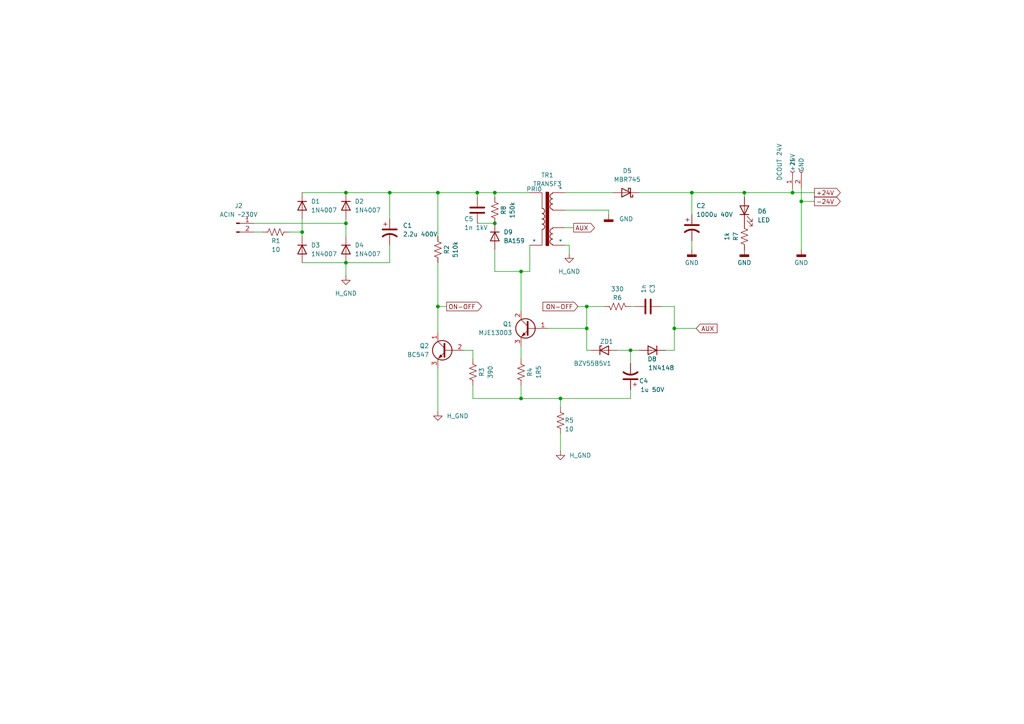
<source format=kicad_sch>
(kicad_sch (version 20250114) (generator "eeschema") (generator_version "9.0")
  (paper "A4")
  (lib_symbols
    (symbol "Connector:Conn_01x02_Pin" (pin_names (offset 1.016) (hide yes))
      (property "Reference" "J" (at 0 2.54 0))
      (property "Value" "Conn_01x02_Pin" (at 0 -5.08 0))
      (symbol "Conn_01x02_Pin_1_1"
        (rectangle (start 0.8636 0.127) (end 0 -0.127) (stroke (width 0.1524)) (fill (type outline)))
        (rectangle (start 0.8636 -2.413) (end 0 -2.667) (stroke (width 0.1524)) (fill (type outline)))
        (polyline (pts (xy 1.27 0) (xy 0.8636 0)) (stroke (width 0.1524)))
        (polyline (pts (xy 1.27 -2.54) (xy 0.8636 -2.54)) (stroke (width 0.1524)))
        (pin passive line (at 5.08 0 180) (length 3.81) (name "Pin_1") (number "1"))
        (pin passive line (at 5.08 -2.54 180) (length 3.81) (name "Pin_2") (number "2"))
      )
    )
    (symbol "Connector:Conn_01x02_Socket" (pin_names (offset 1.016))
      (property "Reference" "J1" (at 2.54 0 0))
      (property "Value" "DCOUT 24V" (at 2.54 3.81 0))
      (symbol "Conn_01x02_Socket_1_1"
        (polyline (pts (xy -1.27 0) (xy -0.508 0)) (stroke (width 0.1524)))
        (polyline (pts (xy -1.27 -2.54) (xy -0.508 -2.54)) (stroke (width 0.1524)))
        (arc (start 0 -0.508) (mid -0.5058 0) (end 0 0.508) (stroke (width 0.1524)))
        (arc (start 0 -3.048) (mid -0.5058 -2.54) (end 0 -2.032) (stroke (width 0.1524)))
        (pin passive line (at -5.08 0 0) (length 3.81) (name "+24V") (number "1"))
        (pin passive line (at -5.08 -2.54 0) (length 3.81) (name "GND") (number "2"))
      )
    )
    (symbol "Device:C" (pin_numbers (hide yes)) (pin_names (offset 0.254))
      (property "Reference" "C" (at 0.635 2.54 0))
      (property "Value" "C" (at 0.635 -2.54 0))
      (symbol "C_0_1"
        (polyline (pts (xy -2.032 0.762) (xy 2.032 0.762)) (stroke (width 0.508)))
        (polyline (pts (xy -2.032 -0.762) (xy 2.032 -0.762)) (stroke (width 0.508)))
      )
      (symbol "C_1_1"
        (pin passive line (at 0 3.81 270) (length 2.794) (name "~") (number "1"))
        (pin passive line (at 0 -3.81 90) (length 2.794) (name "~") (number "2"))
      )
    )
    (symbol "Device:C_Polarized_US" (pin_numbers (hide yes)) (pin_names (offset 0.254) (hide yes))
      (property "Reference" "C" (at 0.635 2.54 0))
      (property "Value" "C_Polarized_US" (at 0.635 -2.54 0))
      (symbol "C_Polarized_US_0_1"
        (polyline (pts (xy -2.032 0.762) (xy 2.032 0.762)) (stroke (width 0.508)))
        (polyline (pts (xy -1.778 2.286) (xy -0.762 2.286)))
        (polyline (pts (xy -1.27 1.778) (xy -1.27 2.794)))
        (arc (start -2.032 -1.27) (mid 0 -0.5572) (end 2.032 -1.27) (stroke (width 0.508)))
      )
      (symbol "C_Polarized_US_1_1"
        (pin passive line (at 0 3.81 270) (length 2.794) (name "~") (number "1"))
        (pin passive line (at 0 -3.81 90) (length 3.302) (name "~") (number "2"))
      )
    )
    (symbol "Device:LED" (pin_numbers (hide yes)) (pin_names (offset 1.016) (hide yes))
      (property "Reference" "D" (at 0 2.54 0))
      (property "Value" "LED" (at 0 -2.54 0))
      (symbol "LED_0_1"
        (polyline (pts (xy -3.048 -0.762) (xy -4.572 -2.286) (xy -3.81 -2.286) (xy -4.572 -2.286) (xy -4.572 -1.524)))
        (polyline (pts (xy -1.778 -0.762) (xy -3.302 -2.286) (xy -2.54 -2.286) (xy -3.302 -2.286) (xy -3.302 -1.524)))
        (polyline (pts (xy -1.27 0) (xy 1.27 0)))
        (polyline (pts (xy -1.27 -1.27) (xy -1.27 1.27)) (stroke (width 0.254)))
        (polyline (pts (xy 1.27 -1.27) (xy 1.27 1.27) (xy -1.27 0) (xy 1.27 -1.27)) (stroke (width 0.254)))
      )
      (symbol "LED_1_1"
        (pin passive line (at -3.81 0 0) (length 2.54) (name "K") (number "1"))
        (pin passive line (at 3.81 0 180) (length 2.54) (name "A") (number "2"))
      )
    )
    (symbol "Device:R_US" (pin_numbers (hide yes)) (pin_names (offset 0))
      (property "Reference" "R" (at 2.54 0 90))
      (property "Value" "R_US" (at -2.54 0 90))
      (symbol "R_US_0_1"
        (polyline (pts (xy 0 2.286) (xy 0 2.54)))
        (polyline (pts (xy 0 2.286) (xy 1.016 1.905) (xy 0 1.524) (xy -1.016 1.143) (xy 0 0.762)))
        (polyline (pts (xy 0 0.762) (xy 1.016 0.381) (xy 0 0) (xy -1.016 -0.381) (xy 0 -0.762)))
        (polyline (pts (xy 0 -0.762) (xy 1.016 -1.143) (xy 0 -1.524) (xy -1.016 -1.905) (xy 0 -2.286)))
        (polyline (pts (xy 0 -2.286) (xy 0 -2.54)))
      )
      (symbol "R_US_1_1"
        (pin passive line (at 0 3.81 270) (length 1.27) (name "~") (number "1"))
        (pin passive line (at 0 -3.81 90) (length 1.27) (name "~") (number "2"))
      )
    )
    (symbol "Diode:1N4007" (pin_numbers (hide yes)) (pin_names (hide yes))
      (property "Reference" "D" (at 0 2.54 0))
      (property "Value" "1N4007" (at 0 -2.54 0))
      (symbol "1N4007_0_1"
        (polyline (pts (xy -1.27 1.27) (xy -1.27 -1.27)) (stroke (width 0.254)))
        (polyline (pts (xy 1.27 1.27) (xy 1.27 -1.27) (xy -1.27 0) (xy 1.27 1.27)) (stroke (width 0.254)))
        (polyline (pts (xy 1.27 0) (xy -1.27 0)))
      )
      (symbol "1N4007_1_1"
        (pin passive line (at -3.81 0 0) (length 2.54) (name "K") (number "1"))
        (pin passive line (at 3.81 0 180) (length 2.54) (name "A") (number "2"))
      )
    )
    (symbol "Diode:1N4148" (pin_numbers (hide yes)) (pin_names (hide yes))
      (property "Reference" "D" (at 0 2.54 0))
      (property "Value" "1N4148" (at 0 -2.54 0))
      (symbol "1N4148_0_1"
        (polyline (pts (xy -1.27 1.27) (xy -1.27 -1.27)) (stroke (width 0.254)))
        (polyline (pts (xy 1.27 1.27) (xy 1.27 -1.27) (xy -1.27 0) (xy 1.27 1.27)) (stroke (width 0.254)))
        (polyline (pts (xy 1.27 0) (xy -1.27 0)))
      )
      (symbol "1N4148_1_1"
        (pin passive line (at -3.81 0 0) (length 2.54) (name "K") (number "1"))
        (pin passive line (at 3.81 0 180) (length 2.54) (name "A") (number "2"))
      )
    )
    (symbol "Diode:BA159" (pin_numbers (hide yes)) (pin_names (hide yes))
      (property "Reference" "D" (at 0 2.54 0))
      (property "Value" "BA159" (at 0 -2.54 0))
      (symbol "BA159_0_1"
        (polyline (pts (xy -1.27 1.27) (xy -1.27 -1.27)) (stroke (width 0.254)))
        (polyline (pts (xy 1.27 1.27) (xy 1.27 -1.27) (xy -1.27 0) (xy 1.27 1.27)) (stroke (width 0.254)))
        (polyline (pts (xy 1.27 0) (xy -1.27 0)))
      )
      (symbol "BA159_1_1"
        (pin passive line (at -3.81 0 0) (length 2.54) (name "K") (number "1"))
        (pin passive line (at 3.81 0 180) (length 2.54) (name "A") (number "2"))
      )
    )
    (symbol "Diode:BZV55B5V1" (pin_numbers (hide yes)) (pin_names (hide yes))
      (property "Reference" "D" (at 0 2.54 0))
      (property "Value" "BZV55B5V1" (at 0 -2.54 0))
      (symbol "BZV55B5V1_0_1"
        (polyline (pts (xy -1.27 -1.27) (xy -1.27 1.27) (xy -0.762 1.27)) (stroke (width 0.254)))
        (polyline (pts (xy 1.27 0) (xy -1.27 0)))
        (polyline (pts (xy 1.27 -1.27) (xy 1.27 1.27) (xy -1.27 0) (xy 1.27 -1.27)) (stroke (width 0.254)))
      )
      (symbol "BZV55B5V1_1_1"
        (pin passive line (at -3.81 0 0) (length 2.54) (name "K") (number "1"))
        (pin passive line (at 3.81 0 180) (length 2.54) (name "A") (number "2"))
      )
    )
    (symbol "Diode:MBR745" (pin_numbers (hide yes)) (pin_names (offset 1.016) (hide yes))
      (property "Reference" "D" (at 0 2.54 0))
      (property "Value" "MBR745" (at 0 -2.54 0))
      (symbol "MBR745_0_1"
        (polyline (pts (xy -1.905 0.635) (xy -1.905 1.27) (xy -1.27 1.27) (xy -1.27 -1.27) (xy -0.635 -1.27) (xy -0.635 -0.635)) (stroke (width 0.254)))
        (polyline (pts (xy 1.27 1.27) (xy 1.27 -1.27) (xy -1.27 0) (xy 1.27 1.27)) (stroke (width 0.254)))
        (polyline (pts (xy 1.27 0) (xy -1.27 0)))
      )
      (symbol "MBR745_1_1"
        (pin passive line (at -3.81 0 0) (length 2.54) (name "K") (number "1"))
        (pin passive line (at 3.81 0 180) (length 2.54) (name "A") (number "2"))
      )
    )
    (symbol "Transformer:TRANSF3" (pin_numbers (hide yes)) (pin_names (offset 0))
      (property "Reference" "TR1" (at 0 12.7 0))
      (property "Value" "TRANSF3" (at 0 10.16 0))
      (symbol "TRANSF3_0_1"
        (polyline (pts (xy -2.54 -7.62) (xy -1.524 -7.62) (xy -1.524 -3.048) (xy -1.524 -4.318)))
        (arc (start -1.524 3.048) (mid -0.7653 2.286) (end -1.524 1.524) (stroke (width 0.2032)))
        (arc (start -1.524 1.524) (mid -0.7653 0.762) (end -1.524 0) (stroke (width 0.2032)))
        (arc (start -1.524 0) (mid -0.7653 -0.762) (end -1.524 -1.524) (stroke (width 0.2032)))
        (arc (start -1.524 -1.524) (mid -0.7653 -2.286) (end -1.524 -3.048) (stroke (width 0.2032)))
        (polyline (pts (xy -1.524 3.048) (xy -1.524 7.62) (xy -2.54 7.62)))
        (rectangle (start -0.254 7.62) (end 0.254 -7.62) (stroke (width 0.508)) (fill (type outline)))
        (polyline (pts (xy 1.524 7.62) (xy 1.524 7.366)) (fill (type outline)))
        (polyline (pts (xy 1.524 7.62) (xy 2.54 7.62)))
        (polyline (pts (xy 1.524 2.54) (xy 1.524 2.794)) (fill (type outline)))
        (polyline (pts (xy 1.524 2.54) (xy 2.54 2.54)))
        (polyline (pts (xy 1.524 -2.54) (xy 1.524 -2.794)) (fill (type outline)))
        (polyline (pts (xy 1.524 -2.54) (xy 2.54 -2.54)))
        (polyline (pts (xy 1.524 -7.366) (xy 1.524 -7.62)) (fill (type outline)))
        (arc (start 1.524 5.842) (mid 0.7653 6.604) (end 1.524 7.366) (stroke (width 0.2032)))
        (arc (start 1.524 4.318) (mid 0.7653 5.08) (end 1.524 5.842) (stroke (width 0.2032)))
        (arc (start 1.524 2.794) (mid 0.7653 3.556) (end 1.524 4.318) (stroke (width 0.2032)))
        (arc (start 1.524 -4.318) (mid 0.7653 -3.556) (end 1.524 -2.794) (stroke (width 0.2032)))
        (arc (start 1.524 -5.842) (mid 0.7653 -5.08) (end 1.524 -4.318) (stroke (width 0.2032)))
        (arc (start 1.524 -7.366) (mid 0.7653 -6.604) (end 1.524 -5.842) (stroke (width 0.2032)))
        (polyline (pts (xy 2.54 -7.62) (xy 1.524 -7.62)))
      )
      (symbol "TRANSF3_1_1"
        (pin passive line (at -5.08 7.62 0) (length 2.54) (name "PRI0") (number "1"))
        (pin passive line (at -5.08 -7.62 0) (length 2.54) (name "*") (number "2"))
        (pin passive line (at 5.08 7.62 180) (length 2.54) (name "*") (number "3"))
        (pin passive line (at 5.08 2.54 180) (length 2.54) (name "~") (number "4"))
        (pin passive line (at 5.08 -2.54 180) (length 2.54) (name "~") (number "5"))
        (pin passive line (at 5.08 -7.62 180) (length 2.54) (name "*") (number "6"))
      )
    )
    (symbol "Transistor_BJT:BC547" (pin_names (offset 0) (hide yes))
      (property "Reference" "Q" (at 5.08 1.905 0))
      (property "Value" "BC547" (at 5.08 0 0))
      (symbol "BC547_0_1"
        (polyline (pts (xy -2.54 0) (xy 0.635 0)))
        (polyline (pts (xy 0.635 1.905) (xy 0.635 -1.905)) (stroke (width 0.508)))
        (circle (center 1.27 0) (radius 2.8194) (stroke (width 0.254)))
      )
      (symbol "BC547_1_1"
        (polyline (pts (xy 0.635 0.635) (xy 2.54 2.54)))
        (polyline (pts (xy 0.635 -0.635) (xy 2.54 -2.54)))
        (polyline (pts (xy 1.27 -1.778) (xy 1.778 -1.27) (xy 2.286 -2.286) (xy 1.27 -1.778)) (fill (type outline)))
        (pin input line (at -5.08 0 0) (length 2.54) (name "B") (number "2"))
        (pin passive line (at 2.54 5.08 270) (length 2.54) (name "C") (number "1"))
        (pin passive line (at 2.54 -5.08 90) (length 2.54) (name "E") (number "3"))
      )
    )
    (symbol "Transistor_BJT:MJE13003" (pin_names (offset 0) (hide yes))
      (property "Reference" "Q" (at 5.08 1.905 0))
      (property "Value" "MJE13003" (at 5.08 0 0))
      (symbol "MJE13003_0_1"
        (polyline (pts (xy -2.54 0) (xy 0.635 0)))
        (polyline (pts (xy 0.635 1.905) (xy 0.635 -1.905)) (stroke (width 0.508)))
        (circle (center 1.27 0) (radius 2.8194) (stroke (width 0.254)))
      )
      (symbol "MJE13003_1_1"
        (polyline (pts (xy 0.635 0.635) (xy 2.54 2.54)))
        (polyline (pts (xy 0.635 -0.635) (xy 2.54 -2.54)))
        (polyline (pts (xy 1.27 -1.778) (xy 1.778 -1.27) (xy 2.286 -2.286) (xy 1.27 -1.778)) (fill (type outline)))
        (pin input line (at -5.08 0 0) (length 2.54) (name "B") (number "1"))
        (pin passive line (at 2.54 5.08 270) (length 2.54) (name "C") (number "2"))
        (pin passive line (at 2.54 -5.08 90) (length 2.54) (name "E") (number "3"))
      )
    )
    (symbol "power:GND" (power) (pin_numbers (hide yes)) (pin_names (offset 0) (hide yes))
      (property "Value" "GND" (at 0 -3.81 0))
      (symbol "GND_0_1"
        (polyline (pts (xy 0 0) (xy 0 -1.27) (xy 1.27 -1.27) (xy 0 -2.54) (xy -1.27 -1.27) (xy 0 -1.27)))
      )
      (symbol "GND_1_1"
        (pin power_in line (at 0 0 270) (length 0) (name "~") (number "1"))
      )
    )
    (symbol "power:GNDD" (power) (pin_numbers (hide yes)) (pin_names (offset 0) (hide yes))
      (property "Value" "GNDD" (at 0 -3.175 0))
      (symbol "GNDD_0_1"
        (rectangle (start -1.27 -1.524) (end 1.27 -2.032) (stroke (width 0.254)) (fill (type outline)))
        (polyline (pts (xy 0 0) (xy 0 -1.524)))
      )
      (symbol "GNDD_1_1"
        (pin power_in line (at 0 0 270) (length 0) (name "~") (number "1"))
      )
    )
  )
  (junction (at 170.18 95.25))
  (junction (at 100.33 64.77))
  (junction (at 170.18 88.9))
  (junction (at 127 55.88))
  (junction (at 215.9 55.88))
  (junction (at 151.13 115.57))
  (junction (at 143.51 55.88))
  (junction (at 100.33 76.2))
  (junction (at 138.43 55.88))
  (junction (at 162.56 115.57))
  (junction (at 182.88 101.6))
  (junction (at 87.63 67.31))
  (junction (at 151.13 78.74))
  (junction (at 100.33 55.88))
  (junction (at 113.03 55.88))
  (junction (at 195.58 95.25))
  (junction (at 200.66 55.88))
  (junction (at 229.87 55.88))
  (junction (at 127 88.9))
  (junction (at 143.51 64.77))
  (junction (at 232.41 58.42))
  (wire (pts (xy 195.58 88.9) (xy 191.77 88.9)))
  (wire (pts (xy 215.9 55.88) (xy 229.87 55.88)))
  (wire (pts (xy 73.66 67.31) (xy 76.2 67.31)))
  (wire (pts (xy 200.66 69.85) (xy 200.66 72.39)))
  (wire (pts (xy 165.1 71.12) (xy 165.1 73.66)))
  (wire (pts (xy 127 55.88) (xy 127 68.58)))
  (wire (pts (xy 163.83 60.96) (xy 176.53 60.96)))
  (wire (pts (xy 100.33 64.77) (xy 100.33 68.58)))
  (wire (pts (xy 232.41 58.42) (xy 232.41 72.39)))
  (wire (pts (xy 200.66 55.88) (xy 200.66 62.23)))
  (wire (pts (xy 215.9 55.88) (xy 215.9 57.15)))
  (wire (pts (xy 200.66 55.88) (xy 215.9 55.88)))
  (wire (pts (xy 151.13 78.74) (xy 151.13 90.17)))
  (wire (pts (xy 113.03 55.88) (xy 113.03 63.5)))
  (wire (pts (xy 232.41 54.61) (xy 232.41 58.42)))
  (wire (pts (xy 100.33 76.2) (xy 100.33 80.01)))
  (wire (pts (xy 158.75 95.25) (xy 170.18 95.25)))
  (wire (pts (xy 151.13 111.76) (xy 151.13 115.57)))
  (wire (pts (xy 113.03 55.88) (xy 127 55.88)))
  (wire (pts (xy 100.33 76.2) (xy 113.03 76.2)))
  (wire (pts (xy 83.82 67.31) (xy 87.63 67.31)))
  (wire (pts (xy 127 119.38) (xy 127 106.68)))
  (wire (pts (xy 184.15 88.9) (xy 182.88 88.9)))
  (wire (pts (xy 143.51 78.74) (xy 151.13 78.74)))
  (wire (pts (xy 170.18 88.9) (xy 170.18 95.25)))
  (wire (pts (xy 195.58 101.6) (xy 193.04 101.6)))
  (wire (pts (xy 171.45 101.6) (xy 170.18 101.6)))
  (wire (pts (xy 87.63 76.2) (xy 100.33 76.2)))
  (wire (pts (xy 127 55.88) (xy 138.43 55.88)))
  (wire (pts (xy 127 88.9) (xy 127 96.52)))
  (wire (pts (xy 163.83 66.04) (xy 166.37 66.04)))
  (wire (pts (xy 87.63 67.31) (xy 87.63 68.58)))
  (wire (pts (xy 182.88 101.6) (xy 179.07 101.6)))
  (wire (pts (xy 100.33 55.88) (xy 113.03 55.88)))
  (wire (pts (xy 134.62 101.6) (xy 137.16 101.6)))
  (wire (pts (xy 129.54 88.9) (xy 127 88.9)))
  (wire (pts (xy 138.43 55.88) (xy 138.43 57.15)))
  (wire (pts (xy 170.18 88.9) (xy 167.64 88.9)))
  (wire (pts (xy 100.33 63.5) (xy 100.33 64.77)))
  (wire (pts (xy 138.43 55.88) (xy 143.51 55.88)))
  (wire (pts (xy 182.88 115.57) (xy 182.88 113.03)))
  (wire (pts (xy 153.67 78.74) (xy 153.67 71.12)))
  (wire (pts (xy 143.51 55.88) (xy 153.67 55.88)))
  (wire (pts (xy 229.87 55.88) (xy 236.22 55.88)))
  (wire (pts (xy 195.58 95.25) (xy 195.58 88.9)))
  (wire (pts (xy 73.66 64.77) (xy 100.33 64.77)))
  (wire (pts (xy 138.43 64.77) (xy 143.51 64.77)))
  (wire (pts (xy 170.18 101.6) (xy 170.18 95.25)))
  (wire (pts (xy 163.83 55.88) (xy 177.8 55.88)))
  (wire (pts (xy 229.87 54.61) (xy 229.87 55.88)))
  (wire (pts (xy 151.13 100.33) (xy 151.13 104.14)))
  (wire (pts (xy 113.03 71.12) (xy 113.03 76.2)))
  (wire (pts (xy 195.58 101.6) (xy 195.58 95.25)))
  (wire (pts (xy 143.51 72.39) (xy 143.51 78.74)))
  (wire (pts (xy 137.16 111.76) (xy 137.16 115.57)))
  (wire (pts (xy 87.63 63.5) (xy 87.63 67.31)))
  (wire (pts (xy 170.18 88.9) (xy 175.26 88.9)))
  (wire (pts (xy 151.13 115.57) (xy 137.16 115.57)))
  (wire (pts (xy 195.58 95.25) (xy 201.93 95.25)))
  (wire (pts (xy 127 76.2) (xy 127 88.9)))
  (wire (pts (xy 153.67 78.74) (xy 151.13 78.74)))
  (wire (pts (xy 87.63 55.88) (xy 100.33 55.88)))
  (wire (pts (xy 143.51 55.88) (xy 143.51 57.15)))
  (wire (pts (xy 185.42 55.88) (xy 200.66 55.88)))
  (wire (pts (xy 137.16 101.6) (xy 137.16 104.14)))
  (wire (pts (xy 162.56 125.73) (xy 162.56 130.81)))
  (wire (pts (xy 163.83 71.12) (xy 165.1 71.12)))
  (wire (pts (xy 162.56 115.57) (xy 162.56 118.11)))
  (wire (pts (xy 182.88 101.6) (xy 182.88 105.41)))
  (wire (pts (xy 185.42 101.6) (xy 182.88 101.6)))
  (wire (pts (xy 162.56 115.57) (xy 151.13 115.57)))
  (wire (pts (xy 176.53 60.96) (xy 176.53 62.23)))
  (wire (pts (xy 232.41 58.42) (xy 236.22 58.42)))
  (wire (pts (xy 162.56 115.57) (xy 182.88 115.57)))
  (global_label "AUX" (shape output) (at 166.37 66.04 0) (property "Intersheetrefs" "${INTERSHEET_REFS}" (effects (hide yes))))
  (global_label "-24V" (shape output) (at 236.22 58.42 0) (property "Intersheetrefs" "${INTERSHEET_REFS}" (effects (hide yes))))
  (global_label "AUX" (shape input) (at 201.93 95.25 0) (property "Intersheetrefs" "${INTERSHEET_REFS}" (effects (hide yes))))
  (global_label "ON-OFF" (shape output) (at 129.54 88.9 0) (property "Intersheetrefs" "${INTERSHEET_REFS}" (effects (hide yes))))
  (global_label "+24V" (shape output) (at 236.22 55.88 0) (property "Intersheetrefs" "${INTERSHEET_REFS}" (effects (hide yes))))
  (global_label "ON-OFF" (shape input) (at 167.64 88.9 180) (property "Intersheetrefs" "${INTERSHEET_REFS}" (effects (hide yes))))
  (symbol (lib_id "Transistor_BJT:BC547") (at 129.54 101.6 0) (mirror y) (unit 1)
    (property "Reference" "Q2" (at 124.46 100.3299 0) (effects (justify left)))
    (property "Value" "BC547" (at 124.46 102.8699 0) (effects (justify left)))
    (property "Footprint" "Package_TO_SOT_SMD:SOT-323_SC-70" (effects (hide yes)))
    (property "Datasheet" "https://www.onsemi.com/pub/Collateral/BC550-D.pdf" (effects (hide yes)))
    (property "Description" "0.1A Ic, 45V Vce, Small Signal NPN Transistor, TO-92" (effects (hide yes)))
  )
  (symbol (lib_id "Device:R_US") (at 215.9 68.58 0) (unit 1)
    (property "Reference" "R7" (at 213.36 68.58 90))
    (property "Value" "1k" (at 210.82 68.58 90))
    (property "Description" "Resistor, US symbol" (effects (hide yes)))
  )
  (symbol (lib_id "Diode:BZV55B5V1") (at 175.26 101.6 0) (unit 1)
    (property "Reference" "ZD1" (at 173.99 99.06 0) (effects (justify left)))
    (property "Value" "BZV55B5V1" (at 166.37 105.41 0) (effects (justify left)))
    (property "Footprint" "Diode_SMD:D_MiniMELF" (effects (hide yes)))
    (property "Datasheet" "https://assets.nexperia.com/documents/data-sheet/BZV55_SER.pdf" (effects (hide yes)))
    (property "Description" "5.1V, 500mW, 2%, Zener diode, MiniMELF" (effects (hide yes)))
  )
  (symbol (lib_id "Device:R_US") (at 151.13 107.95 180) (unit 1)
    (property "Reference" "R4" (at 153.67 107.95 90))
    (property "Value" "1R5" (at 156.21 107.95 90))
    (property "Description" "Resistor, US symbol" (effects (hide yes)))
  )
  (symbol (lib_id "power:GND") (at 127 119.38 0) (unit 1)
    (property "Reference" "#PWR08" (effects (hide yes)))
    (property "Value" "H_GND" (at 129.54 120.6499 0) (effects (justify left)))
    (property "Description" "Power symbol creates a global label with name \"GND\" , ground" (effects (hide yes)))
  )
  (symbol (lib_id "Diode:1N4148") (at 189.23 101.6 0) (mirror y) (unit 1)
    (property "Reference" "D8" (at 190.5 104.14 0) (effects (justify left)))
    (property "Value" "1N4148" (at 195.58 106.68 0) (effects (justify left)))
    (property "Footprint" "Diode_THT:D_DO-35_SOD27_P7.62mm_Horizontal" (effects (hide yes)))
    (property "Datasheet" "https://assets.nexperia.com/documents/data-sheet/1N4148_1N4448.pdf" (effects (hide yes)))
    (property "Description" "100V 0.15A standard switching diode, DO-35" (effects (hide yes)))
    (property "Sim.Device" "D" (effects (hide yes)))
    (property "Sim.Pins" "1=K 2=A" (effects (hide yes)))
  )
  (symbol (lib_id "Diode:1N4007") (at 100.33 59.69 270) (unit 1)
    (property "Reference" "D2" (at 102.87 58.4199 90) (effects (justify left)))
    (property "Value" "1N4007" (at 102.87 60.9599 90) (effects (justify left)))
    (property "Footprint" "Diode_THT:D_DO-41_SOD81_P10.16mm_Horizontal" (effects (hide yes)))
    (property "Datasheet" "http://www.vishay.com/docs/88503/1n4001.pdf" (effects (hide yes)))
    (property "Description" "1000V 1A General Purpose Rectifier Diode, DO-41" (effects (hide yes)))
    (property "Sim.Device" "D" (effects (hide yes)))
    (property "Sim.Pins" "1=K 2=A" (effects (hide yes)))
  )
  (symbol (lib_id "power:GND") (at 165.1 73.66 0) (unit 1)
    (property "Reference" "#PWR03" (effects (hide yes)))
    (property "Value" "H_GND" (at 165.1 78.74 0))
    (property "Description" "Power symbol creates a global label with name \"GND\" , ground" (effects (hide yes)))
  )
  (symbol (lib_id "Diode:1N4007") (at 87.63 72.39 270) (unit 1)
    (property "Reference" "D3" (at 90.17 71.1199 90) (effects (justify left)))
    (property "Value" "1N4007" (at 90.17 73.6599 90) (effects (justify left)))
    (property "Footprint" "Diode_THT:D_DO-41_SOD81_P10.16mm_Horizontal" (effects (hide yes)))
    (property "Datasheet" "http://www.vishay.com/docs/88503/1n4001.pdf" (effects (hide yes)))
    (property "Description" "1000V 1A General Purpose Rectifier Diode, DO-41" (effects (hide yes)))
    (property "Sim.Device" "D" (effects (hide yes)))
    (property "Sim.Pins" "1=K 2=A" (effects (hide yes)))
  )
  (symbol (lib_id "power:GNDD") (at 200.66 72.39 0) (unit 1)
    (property "Reference" "#PWR06" (effects (hide yes)))
    (property "Value" "GND" (at 200.66 76.2 0))
    (property "Description" "Power symbol creates a global label with name \"GNDD\" , digital ground" (effects (hide yes)))
  )
  (symbol (lib_id "Device:C_Polarized_US") (at 200.66 66.04 0) (unit 1)
    (property "Reference" "C2" (at 201.93 59.69 0) (effects (justify left)))
    (property "Value" "1000u 40V" (at 201.93 62.23 0) (effects (justify left)))
    (property "Description" "Polarized capacitor, US symbol" (effects (hide yes)))
  )
  (symbol (lib_id "Device:R_US") (at 137.16 107.95 180) (unit 1)
    (property "Reference" "R3" (at 139.7 107.95 90))
    (property "Value" "390" (at 142.24 107.95 90))
    (property "Description" "Resistor, US symbol" (effects (hide yes)))
  )
  (symbol (lib_id "Diode:BA159") (at 143.51 68.58 270) (unit 1)
    (property "Reference" "D9" (at 146.05 67.3099 90) (effects (justify left)))
    (property "Value" "BA159" (at 146.05 69.8499 90) (effects (justify left)))
    (property "Footprint" "Diode_THT:D_DO-41_SOD81_P10.16mm_Horizontal" (effects (hide yes)))
    (property "Datasheet" "https://www.vishay.com/docs/88536/ba157.pdf" (effects (hide yes)))
    (property "Description" "1000V 1A Fast recovery Rectifier Diode, DO-41" (effects (hide yes)))
    (property "Sim.Device" "D" (effects (hide yes)))
    (property "Sim.Pins" "1=K 2=A" (effects (hide yes)))
  )
  (symbol (lib_id "Transistor_BJT:MJE13003") (at 153.67 95.25 0) (mirror y) (unit 1)
    (property "Reference" "Q1" (at 148.59 93.9799 0) (effects (justify left)))
    (property "Value" "MJE13003" (at 148.59 96.5199 0) (effects (justify left)))
    (property "Footprint" "Package_TO_SOT_THT:TO-126-3_Vertical" (effects (hide yes)))
    (property "Datasheet" "http://www.onsemi.com/pub_link/Collateral/MJE13003-D.PDF" (effects (hide yes)))
    (property "Description" "1.5A Ic, 400V Vce, Silicon Switching Power NPN Transistor, TO-225" (effects (hide yes)))
  )
  (symbol (lib_id "Device:R_US") (at 162.56 121.92 180) (unit 1)
    (property "Reference" "R5" (at 165.1 121.92 0))
    (property "Value" "10" (at 165.1 124.46 0))
    (property "Description" "Resistor, US symbol" (effects (hide yes)))
  )
  (symbol (lib_id "Diode:1N4007") (at 100.33 72.39 270) (unit 1)
    (property "Reference" "D4" (at 102.87 71.1199 90) (effects (justify left)))
    (property "Value" "1N4007" (at 102.87 73.6599 90) (effects (justify left)))
    (property "Footprint" "Diode_THT:D_DO-41_SOD81_P10.16mm_Horizontal" (effects (hide yes)))
    (property "Datasheet" "http://www.vishay.com/docs/88503/1n4001.pdf" (effects (hide yes)))
    (property "Description" "1000V 1A General Purpose Rectifier Diode, DO-41" (effects (hide yes)))
    (property "Sim.Device" "D" (effects (hide yes)))
    (property "Sim.Pins" "1=K 2=A" (effects (hide yes)))
  )
  (symbol (lib_id "Diode:MBR745") (at 181.61 55.88 180) (unit 1)
    (property "Reference" "D5" (at 181.9275 49.53 0))
    (property "Value" "MBR745" (at 181.9275 52.07 0))
    (property "Footprint" "Package_TO_SOT_THT:TO-220-2_Vertical" (effects (hide yes)))
    (property "Datasheet" "http://www.onsemi.com/pub_link/Collateral/MBR735-D.PDF" (effects (hide yes)))
    (property "Description" "45V 7.5A Schottky Barrier Rectifier Diode, TO-220" (effects (hide yes)))
  )
  (symbol (lib_id "Device:C") (at 138.43 60.96 0) (mirror y) (unit 1)
    (property "Reference" "C5" (at 134.62 63.5 0) (effects (justify right)))
    (property "Value" "1n 1kV" (at 134.62 66.04 0) (effects (justify right)))
    (property "Description" "Unpolarized capacitor" (effects (hide yes)))
  )
  (symbol (lib_id "Device:C_Polarized_US") (at 113.03 67.31 0) (unit 1)
    (property "Reference" "C1" (at 116.84 65.4049 0) (effects (justify left)))
    (property "Value" "2.2u 400V" (at 116.84 67.9449 0) (effects (justify left)))
    (property "Description" "Polarized capacitor, US symbol" (effects (hide yes)))
  )
  (symbol (lib_id "Connector:Conn_01x02_Pin") (at 68.58 64.77 0) (unit 1)
    (property "Reference" "J2" (at 69.215 59.69 0))
    (property "Value" "ACIN ~230V" (at 69.215 62.23 0))
    (property "Description" "Generic connector, single row, 01x02, script generated" (effects (hide yes)))
  )
  (symbol (lib_id "power:GND") (at 100.33 80.01 0) (unit 1)
    (property "Reference" "#PWR01" (effects (hide yes)))
    (property "Value" "H_GND" (at 100.33 85.09 0))
    (property "Description" "Power symbol creates a global label with name \"GND\" , ground" (effects (hide yes)))
  )
  (symbol (lib_id "Device:C") (at 187.96 88.9 270) (mirror x) (unit 1)
    (property "Reference" "C3" (at 189.2301 85.09 0) (effects (justify left)))
    (property "Value" "1n" (at 186.6901 85.09 0) (effects (justify left)))
    (property "Description" "Unpolarized capacitor" (effects (hide yes)))
  )
  (symbol (lib_id "Device:R_US") (at 127 72.39 180) (unit 1)
    (property "Reference" "R2" (at 129.54 72.39 90))
    (property "Value" "510k" (at 132.08 72.39 90))
    (property "Description" "Resistor, US symbol" (effects (hide yes)))
  )
  (symbol (lib_id "Device:R_US") (at 143.51 60.96 180) (unit 1)
    (property "Reference" "R8" (at 146.05 60.96 90))
    (property "Value" "150k" (at 148.59 60.96 90))
    (property "Description" "Resistor, US symbol" (effects (hide yes)))
  )
  (symbol (lib_id "Connector:Conn_01x02_Socket") (at 229.87 49.53 90) (unit 1)
    (property "Reference" "J1" (at 229.87 46.99 0))
    (property "Value" "DCOUT 24V" (at 226.06 46.99 0))
    (property "Description" "Generic connector, single row, 01x02, script generated" (effects (hide yes)))
  )
  (symbol (lib_id "power:GNDD") (at 215.9 72.39 0) (unit 1)
    (property "Reference" "#PWR07" (effects (hide yes)))
    (property "Value" "GND" (at 215.9 76.2 0))
    (property "Description" "Power symbol creates a global label with name \"GNDD\" , digital ground" (effects (hide yes)))
  )
  (symbol (lib_id "Transformer:TRANSF3") (at 158.75 63.5 0) (unit 1)
    (property "Reference" "TR1" (at 158.75 50.8 0))
    (property "Value" "TRANSF3" (at 158.75 53.34 0))
  )
  (symbol (lib_id "Device:R_US") (at 80.01 67.31 90) (unit 1)
    (property "Reference" "R1" (at 80.01 69.85 90))
    (property "Value" "10" (at 80.01 72.39 90))
    (property "Description" "Resistor, US symbol" (effects (hide yes)))
  )
  (symbol (lib_id "Device:C_Polarized_US") (at 182.88 109.22 180) (unit 1)
    (property "Reference" "C4" (at 186.69 110.49 0))
    (property "Value" "1u 50V" (at 189.23 113.03 0))
    (property "Description" "Polarized capacitor, US symbol" (effects (hide yes)))
  )
  (symbol (lib_id "Device:LED") (at 215.9 60.96 90) (unit 1)
    (property "Reference" "D6" (at 219.71 61.2774 90) (effects (justify right)))
    (property "Value" "LED" (at 219.71 63.8174 90) (effects (justify right)))
    (property "Description" "Light emitting diode" (effects (hide yes)))
    (property "Sim.Pins" "1=K 2=A" (effects (hide yes)))
  )
  (symbol (lib_id "power:GNDD") (at 176.53 62.23 0) (unit 1)
    (property "Reference" "#PWR05" (effects (hide yes)))
    (property "Value" "GND" (at 181.61 63.5 0))
    (property "Description" "Power symbol creates a global label with name \"GNDD\" , digital ground" (effects (hide yes)))
  )
  (symbol (lib_id "power:GND") (at 162.56 130.81 0) (unit 1)
    (property "Reference" "#PWR02" (effects (hide yes)))
    (property "Value" "H_GND" (at 165.1 132.0799 0) (effects (justify left)))
    (property "Description" "Power symbol creates a global label with name \"GND\" , ground" (effects (hide yes)))
  )
  (symbol (lib_id "Device:R_US") (at 179.07 88.9 90) (mirror x) (unit 1)
    (property "Reference" "R6" (at 179.07 86.36 90))
    (property "Value" "330" (at 179.07 83.82 90))
    (property "Description" "Resistor, US symbol" (effects (hide yes)))
  )
  (symbol (lib_id "Diode:1N4007") (at 87.63 59.69 270) (unit 1)
    (property "Reference" "D1" (at 90.17 58.4199 90) (effects (justify left)))
    (property "Value" "1N4007" (at 90.17 60.9599 90) (effects (justify left)))
    (property "Footprint" "Diode_THT:D_DO-41_SOD81_P10.16mm_Horizontal" (effects (hide yes)))
    (property "Datasheet" "http://www.vishay.com/docs/88503/1n4001.pdf" (effects (hide yes)))
    (property "Description" "1000V 1A General Purpose Rectifier Diode, DO-41" (effects (hide yes)))
    (property "Sim.Device" "D" (effects (hide yes)))
    (property "Sim.Pins" "1=K 2=A" (effects (hide yes)))
  )
  (symbol (lib_id "power:GNDD") (at 232.41 72.39 0) (unit 1)
    (property "Reference" "#PWR04" (effects (hide yes)))
    (property "Value" "GND" (at 232.41 76.2 0))
    (property "Description" "Power symbol creates a global label with name \"GNDD\" , digital ground" (effects (hide yes)))
  )
)
</source>
